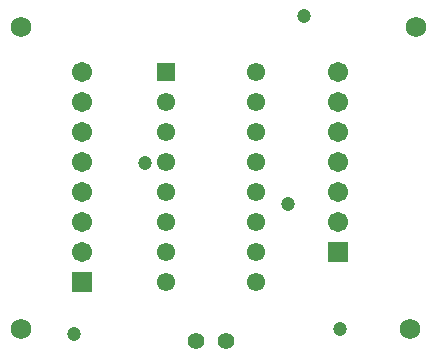
<source format=gbs>
G04*
G04 #@! TF.GenerationSoftware,Altium Limited,Altium Designer,20.1.8 (145)*
G04*
G04 Layer_Color=16711935*
%FSLAX44Y44*%
%MOMM*%
G71*
G04*
G04 #@! TF.SameCoordinates,75F11AF6-1907-44B1-ADD1-13284BB66220*
G04*
G04*
G04 #@! TF.FilePolarity,Negative*
G04*
G01*
G75*
%ADD13C,1.7272*%
%ADD14R,1.5532X1.5532*%
%ADD15C,1.5532*%
%ADD16C,1.7032*%
%ADD17R,1.7032X1.7032*%
%ADD18C,1.4032*%
%ADD19C,1.2032*%
D13*
X965000Y510000D02*
D03*
X970000Y765000D02*
D03*
X635000Y510000D02*
D03*
Y765000D02*
D03*
D14*
X758030Y726760D02*
D03*
D15*
Y701360D02*
D03*
Y675960D02*
D03*
Y650560D02*
D03*
Y625160D02*
D03*
Y599760D02*
D03*
Y574360D02*
D03*
Y548960D02*
D03*
X834230D02*
D03*
Y574360D02*
D03*
Y599760D02*
D03*
Y625160D02*
D03*
Y650560D02*
D03*
Y675960D02*
D03*
Y701360D02*
D03*
Y726760D02*
D03*
D16*
X904080Y625575D02*
D03*
Y600175D02*
D03*
Y650975D02*
D03*
Y676375D02*
D03*
Y701775D02*
D03*
Y727175D02*
D03*
X686910D02*
D03*
Y701775D02*
D03*
Y676375D02*
D03*
Y650975D02*
D03*
Y625575D02*
D03*
Y600175D02*
D03*
Y574775D02*
D03*
D17*
X904080D02*
D03*
X686910Y549375D02*
D03*
D18*
X808830Y499270D02*
D03*
X783430D02*
D03*
D19*
X680000Y505000D02*
D03*
X905000Y510000D02*
D03*
X875000Y775000D02*
D03*
X861176Y615000D02*
D03*
X740000Y650000D02*
D03*
M02*

</source>
